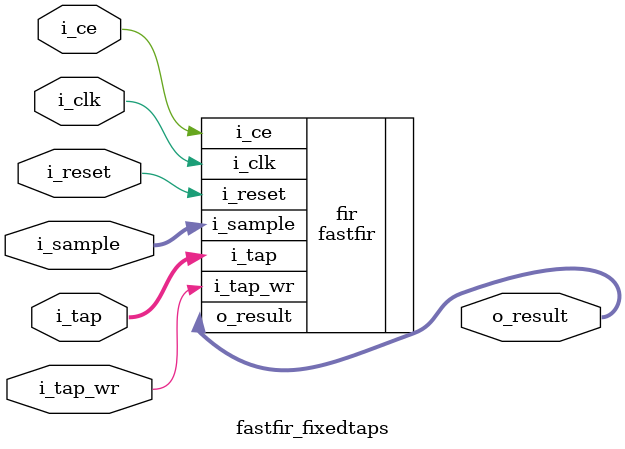
<source format=v>
module  fastfir_fixedtaps(i_clk, i_reset, i_tap_wr, i_tap, i_ce, i_sample, o_result);
`ifdef	FORMAL
	parameter		NTAPS=16, IW=9, TW=IW, OW=2*IW+5;
`else
	parameter		NTAPS=128, IW=12, TW=IW, OW=2*IW+7;
`endif
	parameter [0:0]		FIXED_TAPS=0;
	input	wire			i_clk, i_reset;
	//
	input	wire			i_tap_wr;	// Ignored if FIXED_TAPS
	input	wire	[(TW-1):0]	i_tap;		// Ignored if FIXED_TAPS
	//
	input	wire			i_ce;
	input	wire	[(IW-1):0]	i_sample;
	output	wire	[(OW-1):0]	o_result;

	fastfir #(.FIXED_TAPS(1), .NTAPS(NTAPS), .IW(IW)) fir (.i_clk(i_clk), .i_reset(i_reset), .i_tap_wr(i_tap_wr), .i_tap(i_tap), .i_ce(i_ce), .i_sample(i_sample), .o_result(o_result));
endmodule

`include "fastfir.vh"
`include "firtap.vh"

</source>
